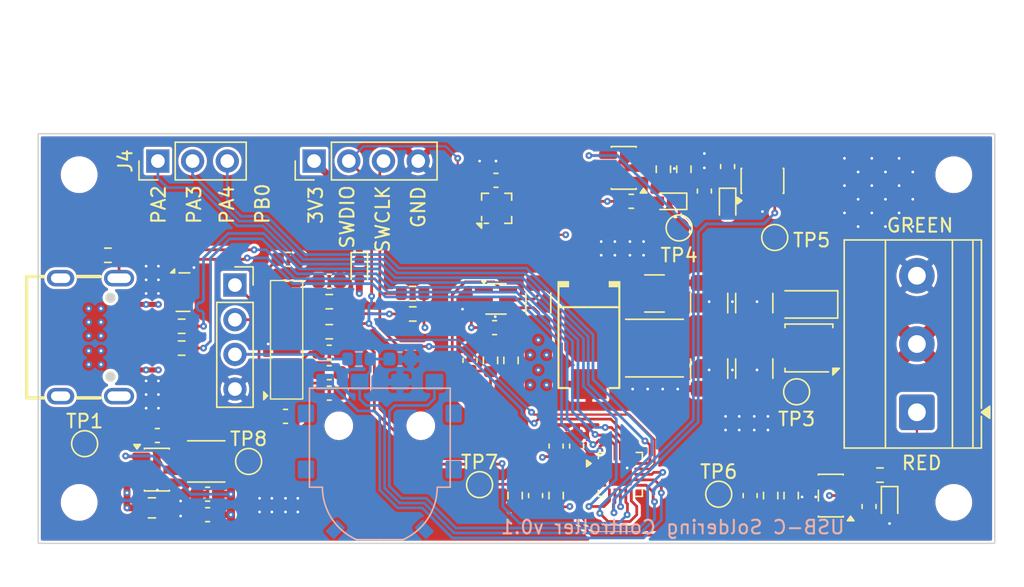
<source format=kicad_pcb>
(kicad_pcb
	(version 20241229)
	(generator "pcbnew")
	(generator_version "9.0")
	(general
		(thickness 1.6)
		(legacy_teardrops no)
	)
	(paper "A4")
	(layers
		(0 "F.Cu" signal)
		(4 "In1.Cu" signal)
		(6 "In2.Cu" signal)
		(2 "B.Cu" signal)
		(9 "F.Adhes" user "F.Adhesive")
		(11 "B.Adhes" user "B.Adhesive")
		(13 "F.Paste" user)
		(15 "B.Paste" user)
		(5 "F.SilkS" user "F.Silkscreen")
		(7 "B.SilkS" user "B.Silkscreen")
		(1 "F.Mask" user)
		(3 "B.Mask" user)
		(17 "Dwgs.User" user "User.Drawings")
		(19 "Cmts.User" user "User.Comments")
		(21 "Eco1.User" user "User.Eco1")
		(23 "Eco2.User" user "User.Eco2")
		(25 "Edge.Cuts" user)
		(27 "Margin" user)
		(31 "F.CrtYd" user "F.Courtyard")
		(29 "B.CrtYd" user "B.Courtyard")
		(35 "F.Fab" user)
		(33 "B.Fab" user)
		(39 "User.1" user)
		(41 "User.2" user)
		(43 "User.3" user)
		(45 "User.4" user)
	)
	(setup
		(stackup
			(layer "F.SilkS"
				(type "Top Silk Screen")
				(color "Black")
			)
			(layer "F.Paste"
				(type "Top Solder Paste")
			)
			(layer "F.Mask"
				(type "Top Solder Mask")
				(color "White")
				(thickness 0.01)
			)
			(layer "F.Cu"
				(type "copper")
				(thickness 0.035)
			)
			(layer "dielectric 1"
				(type "prepreg")
				(thickness 0.1)
				(material "FR4")
				(epsilon_r 4.5)
				(loss_tangent 0.02)
			)
			(layer "In1.Cu"
				(type "copper")
				(thickness 0.035)
			)
			(layer "dielectric 2"
				(type "core")
				(thickness 1.24)
				(material "FR4")
				(epsilon_r 4.5)
				(loss_tangent 0.02)
			)
			(layer "In2.Cu"
				(type "copper")
				(thickness 0.035)
			)
			(layer "dielectric 3"
				(type "prepreg")
				(thickness 0.1)
				(material "FR4")
				(epsilon_r 4.5)
				(loss_tangent 0.02)
			)
			(layer "B.Cu"
				(type "copper")
				(thickness 0.035)
			)
			(layer "B.Mask"
				(type "Bottom Solder Mask")
				(thickness 0.01)
			)
			(layer "B.Paste"
				(type "Bottom Solder Paste")
			)
			(layer "B.SilkS"
				(type "Bottom Silk Screen")
			)
			(copper_finish "None")
			(dielectric_constraints no)
		)
		(pad_to_mask_clearance 0)
		(allow_soldermask_bridges_in_footprints no)
		(tenting front back)
		(grid_origin 100.5 158.2)
		(pcbplotparams
			(layerselection 0x00000000_00000000_55555555_5755f5ff)
			(plot_on_all_layers_selection 0x00000000_00000000_00000000_00000000)
			(disableapertmacros no)
			(usegerberextensions no)
			(usegerberattributes yes)
			(usegerberadvancedattributes yes)
			(creategerberjobfile yes)
			(dashed_line_dash_ratio 12.000000)
			(dashed_line_gap_ratio 3.000000)
			(svgprecision 4)
			(plotframeref no)
			(mode 1)
			(useauxorigin no)
			(hpglpennumber 1)
			(hpglpenspeed 20)
			(hpglpendiameter 15.000000)
			(pdf_front_fp_property_popups yes)
			(pdf_back_fp_property_popups yes)
			(pdf_metadata yes)
			(pdf_single_document no)
			(dxfpolygonmode yes)
			(dxfimperialunits yes)
			(dxfusepcbnewfont yes)
			(psnegative no)
			(psa4output no)
			(plot_black_and_white yes)
			(sketchpadsonfab no)
			(plotpadnumbers no)
			(hidednponfab no)
			(sketchdnponfab yes)
			(crossoutdnponfab yes)
			(subtractmaskfromsilk no)
			(outputformat 1)
			(mirror no)
			(drillshape 1)
			(scaleselection 1)
			(outputdirectory "")
		)
	)
	(net 0 "")
	(net 1 "+3.3V")
	(net 2 "GND")
	(net 3 "VBUS")
	(net 4 "/BTN")
	(net 5 "/ENC_B")
	(net 6 "/TC_FB")
	(net 7 "/D+")
	(net 8 "/SCL")
	(net 9 "/DISP_NRST")
	(net 10 "/SDA")
	(net 11 "/ENC_A")
	(net 12 "/BLUE")
	(net 13 "/D-")
	(net 14 "/HEATER_ON")
	(net 15 "/CC2")
	(net 16 "/CC1")
	(net 17 "Net-(U10-IN-)")
	(net 18 "Net-(U5-SW)")
	(net 19 "Net-(U5-BST)")
	(net 20 "Net-(U6--)")
	(net 21 "/VBUS_FB")
	(net 22 "Net-(J3-Pin_13)")
	(net 23 "Net-(J3-Pin_2)")
	(net 24 "Net-(J3-Pin_1)")
	(net 25 "Net-(J1-SHIELD)")
	(net 26 "Net-(J3-Pin_4)")
	(net 27 "Net-(J3-Pin_3)")
	(net 28 "/RED")
	(net 29 "Net-(J3-Pin_14)")
	(net 30 "/JDP")
	(net 31 "/JDN")
	(net 32 "unconnected-(U3-NC-Pad6)")
	(net 33 "unconnected-(U3-NC-Pad10)")
	(net 34 "unconnected-(U3-NC-Pad7)")
	(net 35 "unconnected-(U3-NC-Pad9)")
	(net 36 "Net-(D4-K)")
	(net 37 "Net-(D1-K)")
	(net 38 "/VDRIVE")
	(net 39 "/NTC")
	(net 40 "Net-(D2-K)")
	(net 41 "Net-(D3-A)")
	(net 42 "unconnected-(J3-Pin_6-Pad6)")
	(net 43 "Net-(J3-Pin_9)")
	(net 44 "Net-(J3-Pin_12)")
	(net 45 "Net-(Q1-G)")
	(net 46 "Net-(U8-FB)")
	(net 47 "unconnected-(U1-INT1-Pad5)")
	(net 48 "unconnected-(U1-NC-Pad11)")
	(net 49 "unconnected-(U1-INT2-Pad6)")
	(net 50 "/PB0")
	(net 51 "/VDRIVE_ON")
	(net 52 "/PA4")
	(net 53 "/VTIP")
	(net 54 "unconnected-(U4-Pad0)_2")
	(net 55 "unconnected-(U8-NC-Pad6)")
	(net 56 "/PB12")
	(net 57 "/CURR_FB")
	(net 58 "unconnected-(U4-Pad0)")
	(net 59 "unconnected-(U4-Pad0)_1")
	(net 60 "unconnected-(U4-Pad0)_3")
	(net 61 "unconnected-(U4-Pad0)_4")
	(net 62 "unconnected-(U4-Pad0)_5")
	(net 63 "unconnected-(U10-REF-Pad1)")
	(footprint "Capacitor_SMD:C_0603_1608Metric" (layer "F.Cu") (at 133.9 142.4))
	(footprint "Connector_PinHeader_2.54mm:PinHeader_1x03_P2.54mm_Vertical" (layer "F.Cu") (at 109.26 130.2 90))
	(footprint "Capacitor_SMD:C_1210_3225Metric" (layer "F.Cu") (at 152.9 145.4 -90))
	(footprint "Capacitor_SMD:C_0603_1608Metric" (layer "F.Cu") (at 139.9 151.075 90))
	(footprint "TestPoint:TestPoint_Pad_D1.5mm" (layer "F.Cu") (at 132.8 153.9))
	(footprint "Capacitor_SMD:C_0603_1608Metric" (layer "F.Cu") (at 112.9 154.6 180))
	(footprint "Inductor_SMD:L_0603_1608Metric" (layer "F.Cu") (at 143.9 133.15))
	(footprint "Package_SON:USON-10_2.5x1.0mm_P0.5mm" (layer "F.Cu") (at 111.1 139.8))
	(footprint "Capacitor_SMD:C_0603_1608Metric" (layer "F.Cu") (at 149.25 132.4 90))
	(footprint "Package_SON:VSON-8_3.3x3.3mm_P0.65mm_NexFET" (layer "F.Cu") (at 156.9 143.9 180))
	(footprint "Diode_SMD:D_SOD-523" (layer "F.Cu") (at 162.8 155.3 -90))
	(footprint "Resistor_SMD:R_0603_1608Metric" (layer "F.Cu") (at 155.6 154.7 -90))
	(footprint "Resistor_SMD:R_0603_1608Metric" (layer "F.Cu") (at 127.9125 141.4 180))
	(footprint "Capacitor_SMD:C_1210_3225Metric" (layer "F.Cu") (at 145.6 139.9))
	(footprint "Resistor_SMD:R_0603_1608Metric" (layer "F.Cu") (at 111 143.9))
	(footprint "Resistor_SMD:R_0603_1608Metric" (layer "F.Cu") (at 133.6 144.8 90))
	(footprint "Capacitor_SMD:C_0603_1608Metric" (layer "F.Cu") (at 118.8 137.4))
	(footprint "Capacitor_SMD:C_0603_1608Metric" (layer "F.Cu") (at 121.8 144.2))
	(footprint "Inductor_SMD:L_Changjiang_FTC252012S" (layer "F.Cu") (at 112.8 152.2))
	(footprint "TestPoint:TestPoint_Pad_D1.5mm" (layer "F.Cu") (at 147.4 135.1 90))
	(footprint "Package_TO_SOT_SMD:SOT-23-5" (layer "F.Cu") (at 158.5 154.7 180))
	(footprint "Resistor_SMD:R_0603_1608Metric" (layer "F.Cu") (at 146.25 130.8 90))
	(footprint "Capacitor_SMD:C_0603_1608Metric" (layer "F.Cu") (at 150.95 130.6 90))
	(footprint "Custom:USB-C-SMD_U263-163N-4GS1735" (layer "F.Cu") (at 104.61675 143.1 -90))
	(footprint "Diode_SMD:D_SOD-523" (layer "F.Cu") (at 124.00444 138.158659 -90))
	(footprint "TestPoint:TestPoint_Pad_D1.5mm" (layer "F.Cu") (at 156 147.1 180))
	(footprint "Capacitor_SMD:C_0603_1608Metric" (layer "F.Cu") (at 118.6 148.9))
	(footprint "Package_TO_SOT_SMD:SOT-23-6" (layer "F.Cu") (at 153.5 131.65 90))
	(footprint "MountingHole:MountingHole_2.2mm_M2_DIN965" (layer "F.Cu") (at 103.5 131.2))
	(footprint "Capacitor_SMD:C_0603_1608Metric" (layer "F.Cu") (at 132.1 144.8 90))
	(footprint "Diode_SMD:D_SOD-123F" (layer "F.Cu") (at 156.8 140.7 180))
	(footprint "MountingHole:MountingHole_2.2mm_M2_DIN965" (layer "F.Cu") (at 167.5 155.2))
	(footprint "Capacitor_SMD:C_0603_1608Metric" (layer "F.Cu") (at 121.8 145.7 180))
	(footprint "Resistor_SMD:R_0603_1608Metric" (layer "F.Cu") (at 162.1 153.2 180))
	(footprint "TestPoint:TestPoint_Pad_D1.5mm" (layer "F.Cu") (at 115.9 152.2))
	(footprint "TestPoint:TestPoint_Pad_D1.5mm" (layer "F.Cu") (at 103.9 150.9))
	(footprint "Capacitor_SMD:C_0603_1608Metric" (layer "F.Cu") (at 112.9 156.1 180))
	(footprint "Package_TO_SOT_SMD:SOT-363_SC-70-6" (layer "F.Cu") (at 134 140.3))
	(footprint "Diode_SMD:D_SOD-523" (layer "F.Cu") (at 146.7 133.15 180))
	(footprint "Capacitor_SMD:C_1210_3225Metric" (layer "F.Cu") (at 152.9 140.6 90))
	(footprint "MountingHole:MountingHole_2.2mm_M2_DIN965" (layer "F.Cu") (at 103.5 155.2))
	(footprint "Custom:FPC_14" (layer "F.Cu") (at 118.7 143.29 90))
	(footprint "Package_DFN_QFN:QFN-20-1EP_3x3mm_P0.4mm_EP1.65x1.65mm" (layer "F.Cu") (at 143.1 153.15))
	(footprint "TestPoint:TestPoint_Pad_D1.5mm" (layer "F.Cu") (at 150.3 154.6))
	(footprint "Package_LGA:LGA-12_2x2mm_P0.5mm" (layer "F.Cu") (at 134.05 133.6625 90))
	(footprint "Resistor_SMD:R_0603_1608Metric" (layer "F.Cu") (at 127.9 139.9 180))
	(footprint "Capacitor_SMD:C_0603_1608Metric" (layer "F.Cu") (at 121.8 139))
	(footprint "Connector_PinHeader_2.54mm:PinHeader_1x04_P2.54mm_Vertical"
		(layer "F.Cu")
		(uuid "97e08cc2-3a03-4481-966a-47e2c700f232")
		(at 120.69 130.2 90)
		(descr "Through hole straight pin header, 1x04, 2.54mm pitch, single row")
		(tags "Through hole pin header THT 1x04 2.54mm single row")
		(property "Reference" "J2"
			(at 0 -2.38 90)
			(layer "F.SilkS")
			(hide yes)
			(uuid "d298bfd7-e5d3-4a83-80b7-abc3a5df5756")
			(effects
				(font
					(size 1 1)
					(thickness 0.15)
				)
			)
		)
		(property "Value" "DBG"
			(at 0 10 90)
			(layer "F.Fab")
			(uuid "e573f6bf-72ff-4a38-b855-4c82e13849fe")
			(effects
				(font
					(size 1 1)
					(thickness 0.15)
				)
			)
		)
		(property "Datasheet" "~"
			(at 0 0 90)
			(layer "F.Fab")
			(hide yes)
			(uuid "b3b7b9fc-7ac8-4cf4-a1f7-552909f32824")
			(effects
				(font
					(size 1.27 1.27)
					(thickness 0.15)
				)
			)
		)
		(property "Description" "Generic connector, single row, 01x04, script generated"
			(at 0 0 90)
			(layer "F.Fab")
			(hide yes)
			(uuid "725f861c-980f-47ca-9c16-8ef99fb23c02")
			(effects
				(font
					(size 1.27 1.27)
					(thickness 0.15)
				)
			)
		)
		(property ki_fp_filters "Connector*:*_1x??_*")
		(path "/e2c31f10-75c2-4b08-abb1-5b05c1123794")
		(sheetname "/")
		(sheetfile "usbc_soldering_iron.kicad_sch")
		(attr through_hole)
		(fp_line
			(start -1.38 -1.38)
			(end 0 -1.38)
			(stroke
				(width 0.12)
				(type solid)
			)
			(layer "F.SilkS")
			(uuid "cae10f22-f1f0-40d7-bceb-0e371cf51e83")
		)
		(fp_line
			(start -1.38 0)
			(end -1.38 -1.38)
			(stroke
				(width 0.12)
				(type solid)
			)
			(layer "F.SilkS")
			(uuid "ae55bdc5-fe17-4aa3-b150-75b2f82c27c5")
		)
		(fp_line
			(start 1.38 1.27)
			(end 1.38 9)
			(stroke
				(width 0.12)
				(type solid)
			)
			(layer "F.SilkS")
			(uuid "e980badf-d8da-4c3e-b95c-1e59cbe3985e")
		)
		(fp_line
			(start -1.38 1.27)
			(end 1.38 1.27)
			(stroke
				(width 0.12)
				(type solid)
			)
			(layer "F.SilkS")
			(uuid "e3a9c7ea-c7cb-452c-8a82-012ecb19cb94")
		)
		(fp_line
			(start -1.38 1.27)
			(end -1.38 9)
			(stroke
				(width 0.12)
				(type solid)
			)
			(layer "F.SilkS")
			(uuid "263d7782-598a-443a-8b94-16b12f22f3ad")
		)
		(fp_line
			(start -1.38 9)
			(end 1.38 9)
			(stroke
				(width 0.12)
				(type solid)
			)
			(layer "F.SilkS")
			(uuid "28dadd31-b37a-43b7-b77e-37f8aae42384")
		)
		(fp_rect
			(start -1.77 -1.77)
			(end 1.77 9.39)
			(stroke
				(width 0.05)
				(type solid)
			)
			(fill no)
			(layer "F.CrtYd")
			(uuid "5b8342cb-1528-4958-a158-f4153b27e849")
		)
		(fp_line
		
... [856401 chars truncated]
</source>
